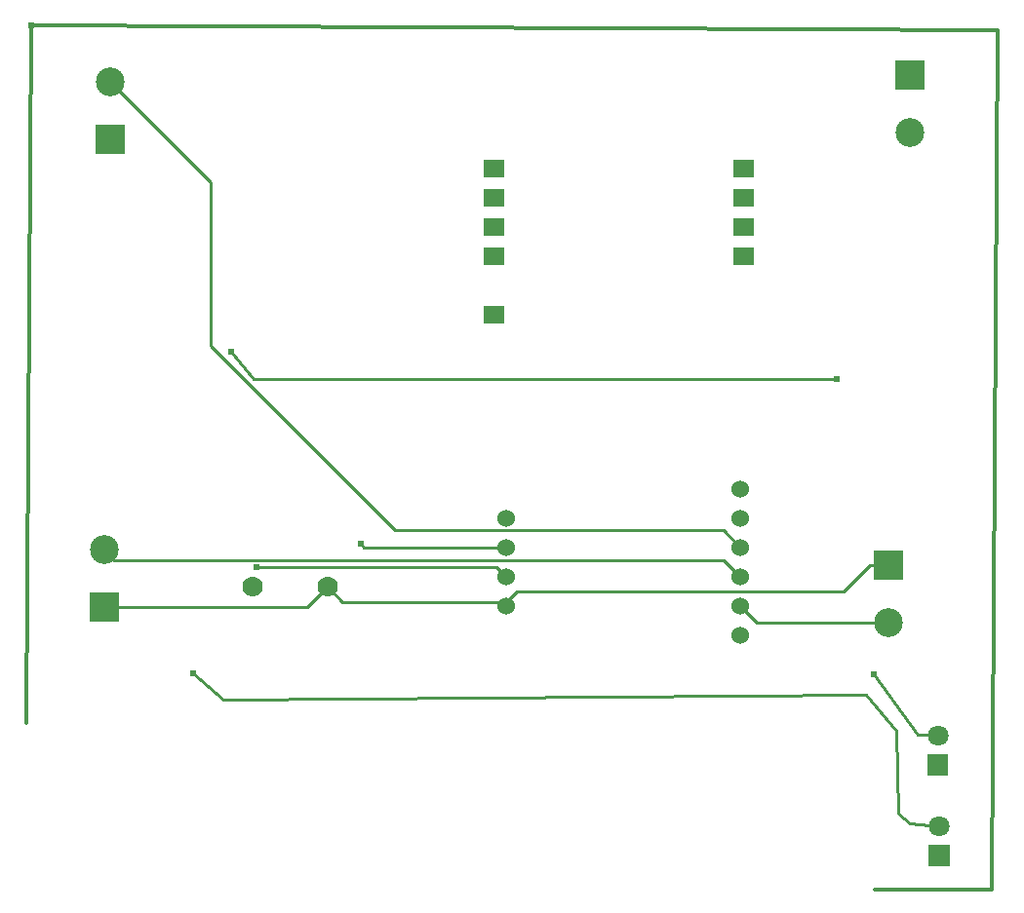
<source format=gbl>
G04 Layer: BottomLayer*
G04 EasyEDA v6.4.3, 2020-08-09T00:17:02+05:30*
G04 6b3d8b3936fd40358e4656ce58cb2351,cf4aa5727a6a49518b7f5d996050d5f8,10*
G04 Gerber Generator version 0.2*
G04 Scale: 100 percent, Rotated: No, Reflected: No *
G04 Dimensions in millimeters *
G04 leading zeros omitted , absolute positions ,3 integer and 3 decimal *
%FSLAX33Y33*%
%MOMM*%
G90*
G71D02*

%ADD10C,0.254000*%
%ADD11C,0.355600*%
%ADD12C,0.259994*%
%ADD13C,0.610006*%
%ADD14C,0.609600*%
%ADD18C,1.778000*%
%ADD20C,1.524000*%
%ADD21R,2.499995X2.499995*%
%ADD22C,2.499995*%
%ADD23C,1.799996*%

%LPD*%
G54D11*
G01X508Y14478D02*
G01X889Y75057D01*
G01X508Y14478D02*
G01X889Y75057D01*
G01X889Y75057D02*
G01X84836Y74676D01*
G01X84328Y0D01*
G01X75819Y0D01*
G01X74168Y0D01*
G01X889Y75057D02*
G01X84836Y74676D01*
G01X84328Y0D01*
G01X75819Y0D01*
G01X74168Y0D01*
G54D10*
G01X77851Y13462D02*
G01X79629Y13335D01*
G01X74041Y18669D02*
G01X77851Y13462D01*
G01X14986Y18796D02*
G01X17597Y16512D01*
G01X73426Y16929D01*
G01X76052Y13792D01*
G01X76200Y6604D01*
G01X77216Y5715D01*
G01X79756Y5461D01*
G54D12*
G01X7747Y70149D02*
G01X16479Y61417D01*
G01X16479Y47216D01*
G01X32491Y31203D01*
G01X60998Y31203D01*
G01X62484Y29718D01*
G01X18288Y46736D02*
G01X20231Y44363D01*
G01X70866Y44363D01*
G01X42164Y29718D02*
G01X29814Y29718D01*
G01X29507Y30025D01*
G01X42164Y27178D02*
G01X41318Y28023D01*
G01X41318Y28023D01*
G01X20482Y28023D01*
G01X7239Y29509D02*
G01X8125Y28623D01*
G01X61038Y28623D01*
G01X62484Y27178D01*
G01X75311Y23192D02*
G01X63929Y23192D01*
G01X62484Y24638D01*
G01X42164Y24975D02*
G01X27932Y24975D01*
G01X26619Y26289D01*
G01X73769Y28194D02*
G01X71483Y25908D01*
G01X43096Y25908D01*
G01X42164Y24975D01*
G01X42164Y24975D02*
G01X42164Y24638D01*
G01X7239Y24511D02*
G01X24841Y24511D01*
G01X26619Y26289D01*
G01X75311Y28194D02*
G01X73769Y28194D01*
G54D18*
G01X20116Y26289D03*
G01X26619Y26289D03*
G36*
G01X41984Y50660D02*
G01X41984Y49161D01*
G01X40185Y49161D01*
G01X40185Y50660D01*
G01X41984Y50660D01*
G37*
G36*
G01X41984Y55740D02*
G01X41984Y54241D01*
G01X40185Y54241D01*
G01X40185Y55740D01*
G01X41984Y55740D01*
G37*
G36*
G01X41984Y58280D02*
G01X41984Y56781D01*
G01X40185Y56781D01*
G01X40185Y58280D01*
G01X41984Y58280D01*
G37*
G36*
G01X41984Y60820D02*
G01X41984Y59321D01*
G01X40185Y59321D01*
G01X40185Y60820D01*
G01X41984Y60820D01*
G37*
G36*
G01X41984Y63360D02*
G01X41984Y61861D01*
G01X40185Y61861D01*
G01X40185Y63360D01*
G01X41984Y63360D01*
G37*
G36*
G01X63701Y55740D02*
G01X63701Y54241D01*
G01X61902Y54241D01*
G01X61902Y55740D01*
G01X63701Y55740D01*
G37*
G36*
G01X63701Y58280D02*
G01X63701Y56781D01*
G01X61902Y56781D01*
G01X61902Y58280D01*
G01X63701Y58280D01*
G37*
G36*
G01X63701Y60820D02*
G01X63701Y59321D01*
G01X61902Y59321D01*
G01X61902Y60820D01*
G01X63701Y60820D01*
G37*
G36*
G01X63701Y63360D02*
G01X63701Y61861D01*
G01X61902Y61861D01*
G01X61902Y63360D01*
G01X63701Y63360D01*
G37*
G54D20*
G01X62484Y22098D03*
G01X62484Y24638D03*
G01X62484Y27178D03*
G01X62484Y29718D03*
G01X62484Y32258D03*
G01X62484Y34798D03*
G01X42164Y32258D03*
G01X42164Y29718D03*
G01X42164Y27178D03*
G01X42164Y24638D03*
G54D21*
G01X7239Y24511D03*
G54D22*
G01X7239Y29510D03*
G54D21*
G01X75311Y28194D03*
G54D22*
G01X75311Y23194D03*
G54D21*
G01X7747Y65151D03*
G54D22*
G01X7747Y70150D03*
G54D21*
G01X77216Y70739D03*
G54D22*
G01X77216Y65739D03*
G54D23*
G01X79756Y5461D03*
G36*
G01X78856Y3820D02*
G01X80655Y3820D01*
G01X80655Y2021D01*
G01X78856Y2021D01*
G01X78856Y3820D01*
G37*
G01X79629Y13335D03*
G36*
G01X78729Y11694D02*
G01X80528Y11694D01*
G01X80528Y9895D01*
G01X78729Y9895D01*
G01X78729Y11694D01*
G37*
G54D13*
G01X20482Y28023D03*
G01X29507Y30025D03*
G01X70866Y44363D03*
G01X18288Y46736D03*
G54D14*
G01X14986Y18796D03*
G01X74041Y18669D03*
G01X889Y75057D03*
M00*
M02*

</source>
